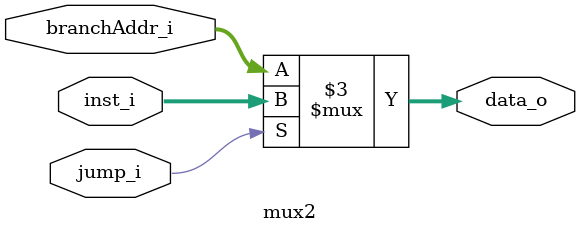
<source format=v>
module mux2(
	branchAddr_i, 
	inst_i,	 	  
	jump_i,
	data_o   
);

input	[31:0]		branchAddr_i;
input	[31:0]		inst_i;
input			jump_i;
output reg [31:0]	data_o;

always@(*)begin
	if(jump_i)
		data_o = inst_i;
	else
		data_o = branchAddr_i;
end

endmodule
</source>
